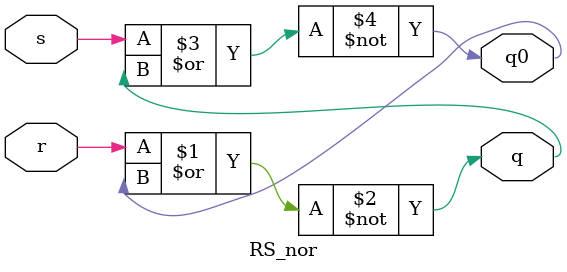
<source format=v>

module RS_nor(input s, r, 
              output q, q0
              );


              assign q = ~(r | q0);
              assign q0 = ~(s | q);

endmodule
</source>
